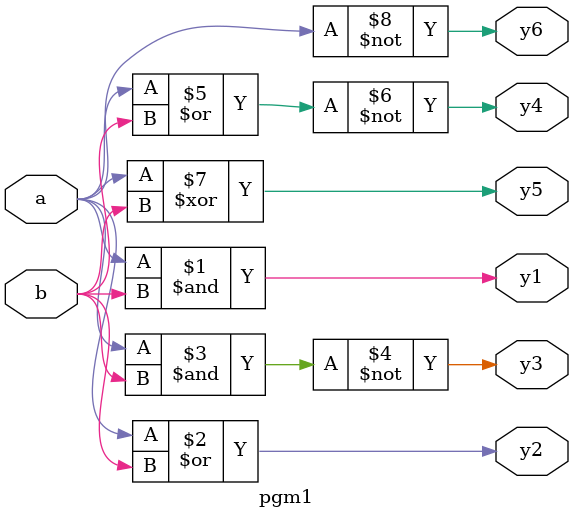
<source format=v>
module pgm1(a,b,y1,y2,y3,y4,y5,y6);
input a,b;
output y1,y2,y3,y4,y5,y6;
and g1(y1,a,b);
or g2(y2,a,b);
nand g3(y3,a,b);
nor g4(y4,a,b);
xor g5(y5,a,b);
not g6(y6,a);
endmodule
</source>
